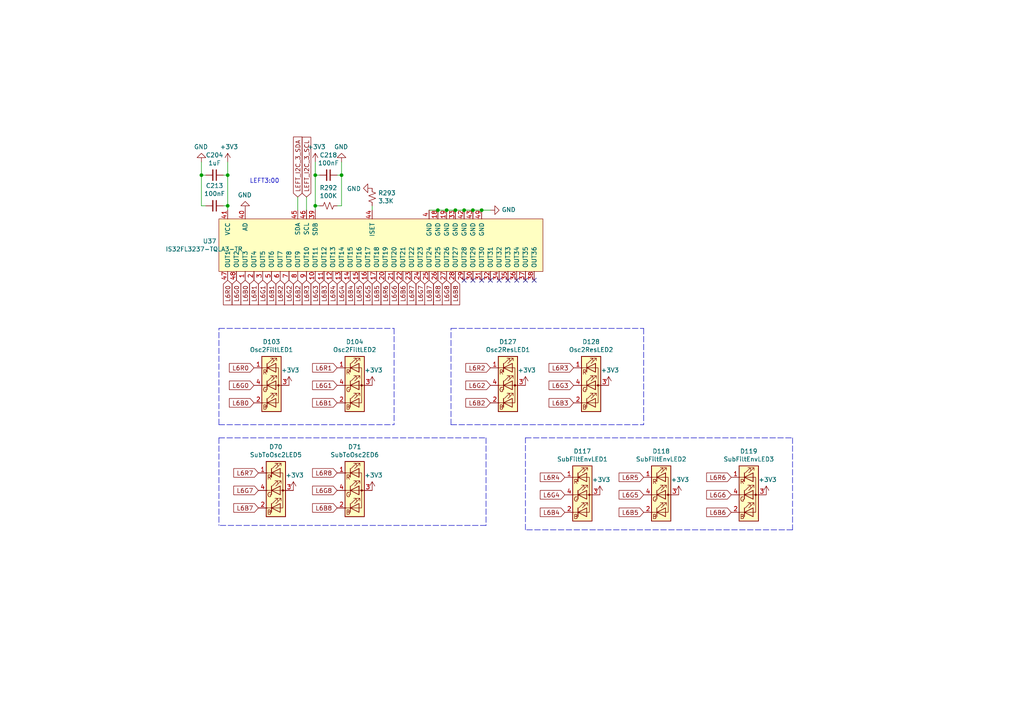
<source format=kicad_sch>
(kicad_sch (version 20210621) (generator eeschema)
  (paper "A4")
  (lib_symbols
    (symbol "Device:C_Small" (pin_numbers hide) (pin_names (offset 0.254) hide)
      (property "Reference" "C" (at 0.254 1.778 0))
      (property "Value" "C_Small" (at 0.254 -2.032 0))
      (symbol "C_Small_0_1"
        (polyline (pts (xy -1.524 -0.508) (xy 1.524 -0.508)) (stroke (width 0.3302)))
        (polyline (pts (xy -1.524 0.508) (xy 1.524 0.508)) (stroke (width 0.3048)))
      )
      (symbol "C_Small_1_1"
        (pin passive line (at 0 2.54 270) (length 2.032) (name "~") (number "1"))
        (pin passive line (at 0 -2.54 90) (length 2.032) (name "~") (number "2"))
      )
    )
    (symbol "Device:R_Small_US" (pin_numbers hide) (pin_names (offset 0.254) hide)
      (property "Reference" "R" (at 0.762 0.508 0))
      (property "Value" "R_Small_US" (at 0.762 -1.016 0))
      (symbol "R_Small_US_1_1"
        (polyline (pts (xy 0 0) (xy 1.016 -0.381) (xy 0 -0.762) (xy -1.016 -1.143) (xy 0 -1.524)))
        (polyline (pts (xy 0 1.524) (xy 1.016 1.143) (xy 0 0.762) (xy -1.016 0.381) (xy 0 0)))
        (pin passive line (at 0 2.54 270) (length 1.016) (name "~") (number "1"))
        (pin passive line (at 0 -2.54 90) (length 1.016) (name "~") (number "2"))
      )
    )
    (symbol "IS32FL3237:IS32FL3237-TQLA3-TR" (pin_names (offset 1.016))
      (property "Reference" "U" (at 0 0 0))
      (property "Value" "IS32FL3237-TQLA3-TR" (at 0 0 0))
      (symbol "IS32FL3237-TQLA3-TR_0_1"
        (rectangle (start -7.62 -2.54) (end 7.62 -96.52) (fill (type background)))
      )
      (symbol "IS32FL3237-TQLA3-TR_1_1"
        (pin output line (at 10.16 -10.16 180) (length 2.54) (name "OUT3") (number "1"))
        (pin output line (at 10.16 -30.48 180) (length 2.54) (name "OUT11") (number "10"))
        (pin output line (at 10.16 -33.02 180) (length 2.54) (name "OUT12") (number "11"))
        (pin output line (at 10.16 -35.56 180) (length 2.54) (name "OUT13") (number "12"))
        (pin output line (at 10.16 -38.1 180) (length 2.54) (name "OUT14") (number "13"))
        (pin output line (at 10.16 -40.64 180) (length 2.54) (name "OUT15") (number "14"))
        (pin output line (at 10.16 -43.18 180) (length 2.54) (name "OUT16") (number "15"))
        (pin output line (at 10.16 -45.72 180) (length 2.54) (name "OUT17") (number "16"))
        (pin output line (at 10.16 -48.26 180) (length 2.54) (name "OUT18") (number "17"))
        (pin power_in line (at -10.16 -66.04 0) (length 2.54) (name "GND") (number "18"))
        (pin power_in line (at -10.16 -68.58 0) (length 2.54) (name "GND") (number "19"))
        (pin output line (at 10.16 -12.7 180) (length 2.54) (name "OUT4") (number "2"))
        (pin output line (at 10.16 -50.8 180) (length 2.54) (name "OUT19") (number "20"))
        (pin output line (at 10.16 -53.34 180) (length 2.54) (name "OUT20") (number "21"))
        (pin output line (at 10.16 -55.88 180) (length 2.54) (name "OUT21") (number "22"))
        (pin output line (at 10.16 -58.42 180) (length 2.54) (name "OUT22") (number "23"))
        (pin output line (at 10.16 -60.96 180) (length 2.54) (name "OUT23") (number "24"))
        (pin output line (at 10.16 -63.5 180) (length 2.54) (name "OUT24") (number "25"))
        (pin output line (at 10.16 -66.04 180) (length 2.54) (name "OUT25") (number "26"))
        (pin output line (at 10.16 -68.58 180) (length 2.54) (name "OUT26") (number "27"))
        (pin output line (at 10.16 -71.12 180) (length 2.54) (name "OUT27") (number "28"))
        (pin output line (at 10.16 -73.66 180) (length 2.54) (name "OUT28") (number "29"))
        (pin output line (at 10.16 -15.24 180) (length 2.54) (name "OUT5") (number "3"))
        (pin output line (at 10.16 -76.2 180) (length 2.54) (name "OUT29") (number "30"))
        (pin output line (at 10.16 -78.74 180) (length 2.54) (name "OUT30") (number "31"))
        (pin output line (at 10.16 -81.28 180) (length 2.54) (name "OUT31") (number "32"))
        (pin power_in line (at -10.16 -71.12 0) (length 2.54) (name "GND") (number "33"))
        (pin output line (at 10.16 -83.82 180) (length 2.54) (name "OUT32") (number "34"))
        (pin output line (at 10.16 -86.36 180) (length 2.54) (name "OUT33") (number "35"))
        (pin output line (at 10.16 -88.9 180) (length 2.54) (name "OUT34") (number "36"))
        (pin output line (at 10.16 -91.44 180) (length 2.54) (name "OUT35") (number "37"))
        (pin output line (at 10.16 -93.98 180) (length 2.54) (name "OUT36") (number "38"))
        (pin input line (at -10.16 -30.48 0) (length 2.54) (name "SDB") (number "39"))
        (pin power_in line (at -10.16 -63.5 0) (length 2.54) (name "GND") (number "4"))
        (pin input line (at -10.16 -10.16 0) (length 2.54) (name "AD") (number "40"))
        (pin power_in line (at -10.16 -5.08 0) (length 2.54) (name "VCC") (number "41"))
        (pin power_in line (at -10.16 -73.66 0) (length 2.54) (name "GND") (number "42"))
        (pin power_in line (at -10.16 -76.2 0) (length 2.54) (name "GND") (number "43"))
        (pin input line (at -10.16 -46.99 0) (length 2.54) (name "ISET") (number "44"))
        (pin input line (at -10.16 -25.4 0) (length 2.54) (name "SDA") (number "45"))
        (pin input line (at -10.16 -27.94 0) (length 2.54) (name "SCL") (number "46"))
        (pin output line (at 10.16 -5.08 180) (length 2.54) (name "OUT1") (number "47"))
        (pin output line (at 10.16 -7.62 180) (length 2.54) (name "OUT2") (number "48"))
        (pin power_in line (at -10.16 -78.74 0) (length 2.54) (name "GND") (number "49"))
        (pin output line (at 10.16 -17.78 180) (length 2.54) (name "OUT6") (number "5"))
        (pin output line (at 10.16 -20.32 180) (length 2.54) (name "OUT7") (number "6"))
        (pin output line (at 10.16 -22.86 180) (length 2.54) (name "OUT8") (number "7"))
        (pin output line (at 10.16 -25.4 180) (length 2.54) (name "OUT9") (number "8"))
        (pin output line (at 10.16 -27.94 180) (length 2.54) (name "OUT10") (number "9"))
      )
    )
    (symbol "fm-b2020rgba-hg:FM-B2020RGBA-HG" (pin_names (offset 0) hide)
      (property "Reference" "D" (at 0 9.398 0))
      (property "Value" "FM-B2020RGBA-HG" (at 0 -8.89 0))
      (symbol "FM-B2020RGBA-HG_0_0"
        (text "B" (at -1.905 -6.35 0) (effects (font (size 1.27 1.27))))
        (text "G" (at -1.905 -1.27 0) (effects (font (size 1.27 1.27))))
        (text "R" (at -1.905 3.81 0) (effects (font (size 1.27 1.27))))
      )
      (symbol "FM-B2020RGBA-HG_0_1"
        (circle (center 2.032 0) (radius 0.254) (fill (type outline)))
        (rectangle (start 1.27 -1.27) (end 1.27 1.27))
        (rectangle (start 1.27 1.27) (end 1.27 1.27))
        (rectangle (start 1.27 3.81) (end 1.27 6.35))
        (rectangle (start 1.27 6.35) (end 1.27 6.35))
        (rectangle (start 2.794 8.382) (end -2.794 -7.62) (stroke (width 0.254)) (fill (type background)))
        (polyline (pts (xy -1.27 -5.08) (xy -2.54 -5.08)))
        (polyline (pts (xy -1.27 -5.08) (xy 1.27 -5.08)))
        (polyline (pts (xy -1.27 -3.81) (xy -1.27 -6.35)))
        (polyline (pts (xy -1.27 -3.81) (xy -1.27 -6.35)) (stroke (width 0.2032)))
        (polyline (pts (xy -1.27 0) (xy -2.54 0)))
        (polyline (pts (xy -1.27 0) (xy 1.27 0)))
        (polyline (pts (xy -1.27 1.27) (xy -1.27 -1.27)) (stroke (width 0.2032)))
        (polyline (pts (xy -1.27 5.08) (xy -2.54 5.08)))
        (polyline (pts (xy -1.27 6.35) (xy -1.27 3.81)) (stroke (width 0.2032)))
        (polyline (pts (xy 1.27 0) (xy 2.54 0)))
        (polyline (pts (xy 1.27 5.08) (xy -1.27 5.08)))
        (polyline (pts (xy -1.27 1.27) (xy -1.27 -1.27) (xy -1.27 -1.27)))
        (polyline (pts (xy -1.27 6.35) (xy -1.27 3.81) (xy -1.27 3.81)))
        (polyline (pts (xy 1.27 -5.08) (xy 2.032 -5.08) (xy 2.032 5.08) (xy 1.27 5.08)))
        (polyline (pts (xy 1.27 -3.81) (xy 1.27 -6.35) (xy -1.27 -5.08) (xy 1.27 -3.81)) (stroke (width 0.2032)))
        (polyline (pts (xy 1.27 1.27) (xy 1.27 -1.27) (xy -1.27 0) (xy 1.27 1.27)) (stroke (width 0.2032)))
        (polyline (pts (xy 1.27 6.35) (xy 1.27 3.81) (xy -1.27 5.08) (xy 1.27 6.35)) (stroke (width 0.2032)))
        (polyline (pts (xy -1.016 -3.81) (xy 0.508 -2.286) (xy -0.254 -2.286) (xy 0.508 -2.286) (xy 0.508 -3.048)))
        (polyline (pts (xy -1.016 1.27) (xy 0.508 2.794) (xy -0.254 2.794) (xy 0.508 2.794) (xy 0.508 2.032)))
        (polyline (pts (xy -1.016 6.35) (xy 0.508 7.874) (xy -0.254 7.874) (xy 0.508 7.874) (xy 0.508 7.112)))
        (polyline (pts (xy 0 -3.81) (xy 1.524 -2.286) (xy 0.762 -2.286) (xy 1.524 -2.286) (xy 1.524 -3.048)))
        (polyline (pts (xy 0 1.27) (xy 1.524 2.794) (xy 0.762 2.794) (xy 1.524 2.794) (xy 1.524 2.032)))
        (polyline (pts (xy 0 6.35) (xy 1.524 7.874) (xy 0.762 7.874) (xy 1.524 7.874) (xy 1.524 7.112)))
      )
      (symbol "FM-B2020RGBA-HG_1_1"
        (pin passive line (at -5.08 5.08 0) (length 2.54) (name "R-") (number "1"))
        (pin passive line (at -5.08 -5.08 0) (length 2.54) (name "B-") (number "2"))
        (pin passive line (at 5.08 0 180) (length 2.54) (name "+") (number "3"))
        (pin passive line (at -5.08 0 0) (length 2.54) (name "G-") (number "4"))
      )
    )
    (symbol "power:+3.3V" (power) (pin_names (offset 0))
      (property "Value" "+3.3V" (at 0 3.556 0))
      (symbol "+3.3V_0_1"
        (polyline (pts (xy -0.762 1.27) (xy 0 2.54)))
        (polyline (pts (xy 0 0) (xy 0 2.54)))
        (polyline (pts (xy 0 2.54) (xy 0.762 1.27)))
      )
      (symbol "+3.3V_1_1"
        (pin power_in line (at 0 0 90) (length 0) hide (name "+3V3") (number "1"))
      )
    )
    (symbol "power:GND" (power) (pin_names (offset 0))
      (property "Value" "GND" (at 0 -3.81 0))
      (symbol "GND_0_1"
        (polyline (pts (xy 0 0) (xy 0 -1.27) (xy 1.27 -1.27) (xy 0 -2.54) (xy -1.27 -1.27) (xy 0 -1.27)))
      )
      (symbol "GND_1_1"
        (pin power_in line (at 0 0 270) (length 0) hide (name "GND") (number "1"))
      )
    )
  )
  (junction (at 58.42 50.8))
  (junction (at 66.04 50.8))
  (junction (at 66.04 59.69))
  (junction (at 91.44 50.8))
  (junction (at 91.44 59.69))
  (junction (at 99.06 50.8))
  (junction (at 127 60.96))
  (junction (at 129.54 60.96))
  (junction (at 132.08 60.96))
  (junction (at 134.62 60.96))
  (junction (at 137.16 60.96))
  (junction (at 139.7 60.96))
  (no_connect (at 134.62 81.28))
  (no_connect (at 137.16 81.28))
  (no_connect (at 139.7 81.28))
  (no_connect (at 142.24 81.28))
  (no_connect (at 144.78 81.28))
  (no_connect (at 147.32 81.28))
  (no_connect (at 149.86 81.28))
  (no_connect (at 152.4 81.28))
  (no_connect (at 154.94 81.28))
  (wire (pts (xy 58.42 46.99) (xy 58.42 50.8)))
  (wire (pts (xy 58.42 50.8) (xy 58.42 59.69)))
  (wire (pts (xy 58.42 59.69) (xy 59.69 59.69)))
  (wire (pts (xy 59.69 50.8) (xy 58.42 50.8)))
  (wire (pts (xy 64.77 50.8) (xy 66.04 50.8)))
  (wire (pts (xy 64.77 59.69) (xy 66.04 59.69)))
  (wire (pts (xy 66.04 46.99) (xy 66.04 50.8)))
  (wire (pts (xy 66.04 50.8) (xy 66.04 59.69)))
  (wire (pts (xy 66.04 59.69) (xy 66.04 60.96)))
  (wire (pts (xy 86.36 57.15) (xy 86.36 60.96)))
  (wire (pts (xy 88.9 57.15) (xy 88.9 60.96)))
  (wire (pts (xy 91.44 46.99) (xy 91.44 50.8)))
  (wire (pts (xy 91.44 50.8) (xy 91.44 59.69)))
  (wire (pts (xy 91.44 59.69) (xy 91.44 60.96)))
  (wire (pts (xy 92.71 50.8) (xy 91.44 50.8)))
  (wire (pts (xy 92.71 59.69) (xy 91.44 59.69)))
  (wire (pts (xy 97.79 50.8) (xy 99.06 50.8)))
  (wire (pts (xy 99.06 46.99) (xy 99.06 50.8)))
  (wire (pts (xy 99.06 50.8) (xy 99.06 59.69)))
  (wire (pts (xy 99.06 59.69) (xy 97.79 59.69)))
  (wire (pts (xy 107.95 59.69) (xy 107.95 60.96)))
  (wire (pts (xy 127 60.96) (xy 124.46 60.96)))
  (wire (pts (xy 129.54 60.96) (xy 127 60.96)))
  (wire (pts (xy 132.08 60.96) (xy 129.54 60.96)))
  (wire (pts (xy 134.62 60.96) (xy 132.08 60.96)))
  (wire (pts (xy 137.16 60.96) (xy 134.62 60.96)))
  (wire (pts (xy 139.7 60.96) (xy 137.16 60.96)))
  (wire (pts (xy 142.24 60.96) (xy 139.7 60.96)))
  (polyline (pts (xy 63.5 95.25) (xy 114.3 95.25)))
  (polyline (pts (xy 63.5 123.19) (xy 63.5 95.25)))
  (polyline (pts (xy 63.5 123.19) (xy 114.3 123.19)))
  (polyline (pts (xy 63.5 127) (xy 63.5 152.4)))
  (polyline (pts (xy 63.5 127) (xy 140.97 127)))
  (polyline (pts (xy 114.3 95.25) (xy 114.3 123.19)))
  (polyline (pts (xy 130.81 95.25) (xy 186.69 95.25)))
  (polyline (pts (xy 130.81 123.19) (xy 130.81 95.25)))
  (polyline (pts (xy 130.81 123.19) (xy 186.69 123.19)))
  (polyline (pts (xy 140.97 127) (xy 140.97 152.4)))
  (polyline (pts (xy 140.97 152.4) (xy 63.5 152.4)))
  (polyline (pts (xy 152.4 127) (xy 229.87 127)))
  (polyline (pts (xy 152.4 153.67) (xy 152.4 127)))
  (polyline (pts (xy 186.69 95.25) (xy 186.69 123.19)))
  (polyline (pts (xy 229.87 127) (xy 229.87 153.67)))
  (polyline (pts (xy 229.87 153.67) (xy 152.4 153.67)))
  (text "LEFT3:00" (at 72.39 53.34 0) (effects (font (size 1.27 1.27)) (justify left bottom)))
  (global_label "L6R0" (shape input) (at 66.04 81.28 270) (property "Intersheet References" "${INTERSHEET_REFS}" (effects hide)))
  (global_label "L6G0" (shape input) (at 68.58 81.28 270) (property "Intersheet References" "${INTERSHEET_REFS}" (effects hide)))
  (global_label "L6B0" (shape input) (at 71.12 81.28 270) (property "Intersheet References" "${INTERSHEET_REFS}" (effects hide)))
  (global_label "L6R1" (shape input) (at 73.66 81.28 270) (property "Intersheet References" "${INTERSHEET_REFS}" (effects hide)))
  (global_label "L6R0" (shape input) (at 73.66 106.68 180) (property "Intersheet References" "${INTERSHEET_REFS}" (effects hide)))
  (global_label "L6G0" (shape input) (at 73.66 111.76 180) (property "Intersheet References" "${INTERSHEET_REFS}" (effects hide)))
  (global_label "L6B0" (shape input) (at 73.66 116.84 180) (property "Intersheet References" "${INTERSHEET_REFS}" (effects hide)))
  (global_label "L6R7" (shape input) (at 74.93 137.16 180) (property "Intersheet References" "${INTERSHEET_REFS}" (effects hide)))
  (global_label "L6G7" (shape input) (at 74.93 142.24 180) (property "Intersheet References" "${INTERSHEET_REFS}" (effects hide)))
  (global_label "L6B7" (shape input) (at 74.93 147.32 180) (property "Intersheet References" "${INTERSHEET_REFS}" (effects hide)))
  (global_label "L6G1" (shape input) (at 76.2 81.28 270) (property "Intersheet References" "${INTERSHEET_REFS}" (effects hide)))
  (global_label "L6B1" (shape input) (at 78.74 81.28 270) (property "Intersheet References" "${INTERSHEET_REFS}" (effects hide)))
  (global_label "L6R2" (shape input) (at 81.28 81.28 270) (property "Intersheet References" "${INTERSHEET_REFS}" (effects hide)))
  (global_label "L6G2" (shape input) (at 83.82 81.28 270) (property "Intersheet References" "${INTERSHEET_REFS}" (effects hide)))
  (global_label "LEFT_I2C_3_SDA" (shape input) (at 86.36 57.15 90) (property "Intersheet References" "${INTERSHEET_REFS}" (effects hide)))
  (global_label "L6B2" (shape input) (at 86.36 81.28 270) (property "Intersheet References" "${INTERSHEET_REFS}" (effects hide)))
  (global_label "LEFT_I2C_3_SCL" (shape input) (at 88.9 57.15 90) (property "Intersheet References" "${INTERSHEET_REFS}" (effects hide)))
  (global_label "L6R3" (shape input) (at 88.9 81.28 270) (property "Intersheet References" "${INTERSHEET_REFS}" (effects hide)))
  (global_label "L6G3" (shape input) (at 91.44 81.28 270) (property "Intersheet References" "${INTERSHEET_REFS}" (effects hide)))
  (global_label "L6B3" (shape input) (at 93.98 81.28 270) (property "Intersheet References" "${INTERSHEET_REFS}" (effects hide)))
  (global_label "L6R4" (shape input) (at 96.52 81.28 270) (property "Intersheet References" "${INTERSHEET_REFS}" (effects hide)))
  (global_label "L6R1" (shape input) (at 97.79 106.68 180) (property "Intersheet References" "${INTERSHEET_REFS}" (effects hide)))
  (global_label "L6G1" (shape input) (at 97.79 111.76 180) (property "Intersheet References" "${INTERSHEET_REFS}" (effects hide)))
  (global_label "L6B1" (shape input) (at 97.79 116.84 180) (property "Intersheet References" "${INTERSHEET_REFS}" (effects hide)))
  (global_label "L6R8" (shape input) (at 97.79 137.16 180) (property "Intersheet References" "${INTERSHEET_REFS}" (effects hide)))
  (global_label "L6G8" (shape input) (at 97.79 142.24 180) (property "Intersheet References" "${INTERSHEET_REFS}" (effects hide)))
  (global_label "L6B8" (shape input) (at 97.79 147.32 180) (property "Intersheet References" "${INTERSHEET_REFS}" (effects hide)))
  (global_label "L6G4" (shape input) (at 99.06 81.28 270) (property "Intersheet References" "${INTERSHEET_REFS}" (effects hide)))
  (global_label "L6B4" (shape input) (at 101.6 81.28 270) (property "Intersheet References" "${INTERSHEET_REFS}" (effects hide)))
  (global_label "L6R5" (shape input) (at 104.14 81.28 270) (property "Intersheet References" "${INTERSHEET_REFS}" (effects hide)))
  (global_label "L6G5" (shape input) (at 106.68 81.28 270) (property "Intersheet References" "${INTERSHEET_REFS}" (effects hide)))
  (global_label "L6B5" (shape input) (at 109.22 81.28 270) (property "Intersheet References" "${INTERSHEET_REFS}" (effects hide)))
  (global_label "L6R6" (shape input) (at 111.76 81.28 270) (property "Intersheet References" "${INTERSHEET_REFS}" (effects hide)))
  (global_label "L6G6" (shape input) (at 114.3 81.28 270) (property "Intersheet References" "${INTERSHEET_REFS}" (effects hide)))
  (global_label "L6B6" (shape input) (at 116.84 81.28 270) (property "Intersheet References" "${INTERSHEET_REFS}" (effects hide)))
  (global_label "L6R7" (shape input) (at 119.38 81.28 270) (property "Intersheet References" "${INTERSHEET_REFS}" (effects hide)))
  (global_label "L6G7" (shape input) (at 121.92 81.28 270) (property "Intersheet References" "${INTERSHEET_REFS}" (effects hide)))
  (global_label "L6B7" (shape input) (at 124.46 81.28 270) (property "Intersheet References" "${INTERSHEET_REFS}" (effects hide)))
  (global_label "L6R8" (shape input) (at 127 81.28 270) (property "Intersheet References" "${INTERSHEET_REFS}" (effects hide)))
  (global_label "L6G8" (shape input) (at 129.54 81.28 270) (property "Intersheet References" "${INTERSHEET_REFS}" (effects hide)))
  (global_label "L6B8" (shape input) (at 132.08 81.28 270) (property "Intersheet References" "${INTERSHEET_REFS}" (effects hide)))
  (global_label "L6R2" (shape input) (at 142.24 106.68 180) (property "Intersheet References" "${INTERSHEET_REFS}" (effects hide)))
  (global_label "L6G2" (shape input) (at 142.24 111.76 180) (property "Intersheet References" "${INTERSHEET_REFS}" (effects hide)))
  (global_label "L6B2" (shape input) (at 142.24 116.84 180) (property "Intersheet References" "${INTERSHEET_REFS}" (effects hide)))
  (global_label "L6R4" (shape input) (at 163.83 138.43 180) (property "Intersheet References" "${INTERSHEET_REFS}" (effects hide)))
  (global_label "L6G4" (shape input) (at 163.83 143.51 180) (property "Intersheet References" "${INTERSHEET_REFS}" (effects hide)))
  (global_label "L6B4" (shape input) (at 163.83 148.59 180) (property "Intersheet References" "${INTERSHEET_REFS}" (effects hide)))
  (global_label "L6R3" (shape input) (at 166.37 106.68 180) (property "Intersheet References" "${INTERSHEET_REFS}" (effects hide)))
  (global_label "L6G3" (shape input) (at 166.37 111.76 180) (property "Intersheet References" "${INTERSHEET_REFS}" (effects hide)))
  (global_label "L6B3" (shape input) (at 166.37 116.84 180) (property "Intersheet References" "${INTERSHEET_REFS}" (effects hide)))
  (global_label "L6R5" (shape input) (at 186.69 138.43 180) (property "Intersheet References" "${INTERSHEET_REFS}" (effects hide)))
  (global_label "L6G5" (shape input) (at 186.69 143.51 180) (property "Intersheet References" "${INTERSHEET_REFS}" (effects hide)))
  (global_label "L6B5" (shape input) (at 186.69 148.59 180) (property "Intersheet References" "${INTERSHEET_REFS}" (effects hide)))
  (global_label "L6R6" (shape input) (at 212.09 138.43 180) (property "Intersheet References" "${INTERSHEET_REFS}" (effects hide)))
  (global_label "L6G6" (shape input) (at 212.09 143.51 180) (property "Intersheet References" "${INTERSHEET_REFS}" (effects hide)))
  (global_label "L6B6" (shape input) (at 212.09 148.59 180) (property "Intersheet References" "${INTERSHEET_REFS}" (effects hide)))
  (symbol (lib_id "power:+3.3V") (at 66.04 46.99 0) (unit 1)
    (property "Reference" "#PWR0456" (effects hide))
    (property "Value" "+3.3V" (at 66.421 42.5958 0))
  )
  (symbol (lib_id "power:+3.3V") (at 83.82 111.76 0) (unit 1)
    (property "Reference" "#PWR0729" (effects hide))
    (property "Value" "+3.3V" (at 84.201 107.3658 0))
  )
  (symbol (lib_id "power:+3.3V") (at 85.09 142.24 0) (unit 1)
    (property "Reference" "#PWR0720" (effects hide))
    (property "Value" "+3.3V" (at 85.471 137.8458 0))
  )
  (symbol (lib_id "power:+3.3V") (at 91.44 46.99 0) (unit 1)
    (property "Reference" "#PWR0463" (effects hide))
    (property "Value" "+3.3V" (at 91.821 42.5958 0))
  )
  (symbol (lib_id "power:+3.3V") (at 107.95 111.76 0) (unit 1)
    (property "Reference" "#PWR0730" (effects hide))
    (property "Value" "+3.3V" (at 108.331 107.3658 0))
  )
  (symbol (lib_id "power:+3.3V") (at 107.95 142.24 0) (unit 1)
    (property "Reference" "#PWR0721" (effects hide))
    (property "Value" "+3.3V" (at 108.331 137.8458 0))
  )
  (symbol (lib_id "power:+3.3V") (at 152.4 111.76 0) (unit 1)
    (property "Reference" "#PWR0731" (effects hide))
    (property "Value" "+3.3V" (at 152.781 107.3658 0))
  )
  (symbol (lib_id "power:+3.3V") (at 173.99 143.51 0) (unit 1)
    (property "Reference" "#PWR0726" (effects hide))
    (property "Value" "+3.3V" (at 174.371 139.1158 0))
  )
  (symbol (lib_id "power:+3.3V") (at 176.53 111.76 0) (unit 1)
    (property "Reference" "#PWR0732" (effects hide))
    (property "Value" "+3.3V" (at 176.911 107.3658 0))
  )
  (symbol (lib_id "power:+3.3V") (at 196.85 143.51 0) (unit 1)
    (property "Reference" "#PWR0727" (effects hide))
    (property "Value" "+3.3V" (at 197.231 139.1158 0))
  )
  (symbol (lib_id "power:+3.3V") (at 222.25 143.51 0) (unit 1)
    (property "Reference" "#PWR0728" (effects hide))
    (property "Value" "+3.3V" (at 222.631 139.1158 0))
  )
  (symbol (lib_id "power:GND") (at 58.42 46.99 180) (unit 1)
    (property "Reference" "#PWR0455" (effects hide))
    (property "Value" "GND" (at 58.293 42.5958 0))
  )
  (symbol (lib_id "power:GND") (at 71.12 60.96 180) (unit 1)
    (property "Reference" "#PWR0662" (effects hide))
    (property "Value" "GND" (at 70.993 56.5658 0))
  )
  (symbol (lib_id "power:GND") (at 99.06 46.99 180) (unit 1)
    (property "Reference" "#PWR0466" (effects hide))
    (property "Value" "GND" (at 98.933 42.5958 0))
  )
  (symbol (lib_id "power:GND") (at 107.95 54.61 270) (unit 1)
    (property "Reference" "#PWR0468" (effects hide))
    (property "Value" "GND" (at 104.6988 54.737 90) (effects (justify right)))
  )
  (symbol (lib_id "power:GND") (at 142.24 60.96 90) (unit 1)
    (property "Reference" "#PWR0478" (effects hide))
    (property "Value" "GND" (at 145.4912 60.833 90) (effects (justify right)))
  )
  (symbol (lib_id "Device:R_Small_US") (at 95.25 59.69 270) (unit 1)
    (property "Reference" "R292" (at 95.25 54.483 90))
    (property "Value" "100K" (at 95.25 56.7944 90))
    (property "Footprint" "Resistor_SMD:R_0402_1005Metric" (effects hide))
    (property "LCSC" " C25741" (effects hide))
  )
  (symbol (lib_id "Device:R_Small_US") (at 107.95 57.15 0) (unit 1)
    (property "Reference" "R293" (at 109.6772 55.9816 0) (effects (justify left)))
    (property "Value" "3.3K" (at 109.6772 58.293 0) (effects (justify left)))
    (property "Footprint" "Resistor_SMD:R_0402_1005Metric" (effects hide))
    (property "LCSC" "C25890" (effects hide))
  )
  (symbol (lib_id "Device:C_Small") (at 62.23 50.8 270) (unit 1)
    (property "Reference" "C204" (at 62.23 44.9834 90))
    (property "Value" "1uF" (at 62.23 47.2948 90))
    (property "Footprint" "Capacitor_SMD:C_0402_1005Metric" (effects hide))
    (property "LCSC" "C52923" (effects hide))
  )
  (symbol (lib_id "Device:C_Small") (at 62.23 59.69 270) (unit 1)
    (property "Reference" "C213" (at 62.23 53.8734 90))
    (property "Value" "100nF" (at 62.23 56.1848 90))
    (property "Footprint" "Capacitor_SMD:C_0402_1005Metric" (effects hide))
    (property "LCSC" "C1525" (effects hide))
  )
  (symbol (lib_id "Device:C_Small") (at 95.25 50.8 270) (unit 1)
    (property "Reference" "C218" (at 95.25 44.9834 90))
    (property "Value" "100nF" (at 95.25 47.2948 90))
    (property "Footprint" "Capacitor_SMD:C_0402_1005Metric" (effects hide))
    (property "LCSC" "C1525" (effects hide))
  )
  (symbol (lib_id "fm-b2020rgba-hg:FM-B2020RGBA-HG") (at 78.74 111.76 0) (unit 1)
    (property "Reference" "D103" (at 78.74 99.1362 0))
    (property "Value" "Osc2FiltLED1" (at 78.74 101.4476 0))
    (property "Footprint" "fm-b2020rgba-hg:FM-B2020RGBA-HG" (effects hide))
    (property "LCSC" "C108793" (effects hide))
  )
  (symbol (lib_id "fm-b2020rgba-hg:FM-B2020RGBA-HG") (at 80.01 142.24 0) (unit 1)
    (property "Reference" "D70" (at 80.01 129.6162 0))
    (property "Value" "SubToOsc2LED5" (at 80.01 131.9276 0))
    (property "Footprint" "fm-b2020rgba-hg:FM-B2020RGBA-HG" (effects hide))
    (property "LCSC" "C108793" (effects hide))
  )
  (symbol (lib_id "fm-b2020rgba-hg:FM-B2020RGBA-HG") (at 102.87 111.76 0) (unit 1)
    (property "Reference" "D104" (at 102.87 99.1362 0))
    (property "Value" "Osc2FiltLED2" (at 102.87 101.4476 0))
    (property "Footprint" "fm-b2020rgba-hg:FM-B2020RGBA-HG" (effects hide))
    (property "LCSC" "C108793" (effects hide))
  )
  (symbol (lib_id "fm-b2020rgba-hg:FM-B2020RGBA-HG") (at 102.87 142.24 0) (unit 1)
    (property "Reference" "D71" (at 102.87 129.6162 0))
    (property "Value" "SubToOsc2ED6" (at 102.87 131.9276 0))
    (property "Footprint" "fm-b2020rgba-hg:FM-B2020RGBA-HG" (effects hide))
    (property "LCSC" "C108793" (effects hide))
  )
  (symbol (lib_id "fm-b2020rgba-hg:FM-B2020RGBA-HG") (at 147.32 111.76 0) (unit 1)
    (property "Reference" "D127" (at 147.32 99.1362 0))
    (property "Value" "Osc2ResLED1" (at 147.32 101.4476 0))
    (property "Footprint" "fm-b2020rgba-hg:FM-B2020RGBA-HG" (effects hide))
    (property "LCSC" "C108793" (effects hide))
  )
  (symbol (lib_id "fm-b2020rgba-hg:FM-B2020RGBA-HG") (at 168.91 143.51 0) (unit 1)
    (property "Reference" "D117" (at 168.91 130.8862 0))
    (property "Value" "SubFiltEnvLED1" (at 168.91 133.1976 0))
    (property "Footprint" "fm-b2020rgba-hg:FM-B2020RGBA-HG" (effects hide))
    (property "LCSC" "C108793" (effects hide))
  )
  (symbol (lib_id "fm-b2020rgba-hg:FM-B2020RGBA-HG") (at 171.45 111.76 0) (unit 1)
    (property "Reference" "D128" (at 171.45 99.1362 0))
    (property "Value" "Osc2ResLED2" (at 171.45 101.4476 0))
    (property "Footprint" "fm-b2020rgba-hg:FM-B2020RGBA-HG" (effects hide))
    (property "LCSC" "C108793" (effects hide))
  )
  (symbol (lib_id "fm-b2020rgba-hg:FM-B2020RGBA-HG") (at 191.77 143.51 0) (unit 1)
    (property "Reference" "D118" (at 191.77 130.8862 0))
    (property "Value" "SubFiltEnvLED2" (at 191.77 133.1976 0))
    (property "Footprint" "fm-b2020rgba-hg:FM-B2020RGBA-HG" (effects hide))
    (property "LCSC" "C108793" (effects hide))
  )
  (symbol (lib_id "fm-b2020rgba-hg:FM-B2020RGBA-HG") (at 217.17 143.51 0) (unit 1)
    (property "Reference" "D119" (at 217.17 130.8862 0))
    (property "Value" "SubFiltEnvLED3" (at 217.17 133.1976 0))
    (property "Footprint" "fm-b2020rgba-hg:FM-B2020RGBA-HG" (effects hide))
    (property "LCSC" "C108793" (effects hide))
  )
  (symbol (lib_id "IS32FL3237:IS32FL3237-TQLA3-TR") (at 60.96 71.12 90) (mirror x) (unit 1)
    (property "Reference" "U37" (at 62.7888 69.9516 90) (effects (justify left)))
    (property "Value" "IS32FL3237-TQLA3-TR" (at 70.4088 72.263 90) (effects (justify left)))
    (property "Footprint" "Package_QFP:TQFP-48-1EP_7x7mm_P0.5mm_EP5x5mm" (effects hide))
  )
)
</source>
